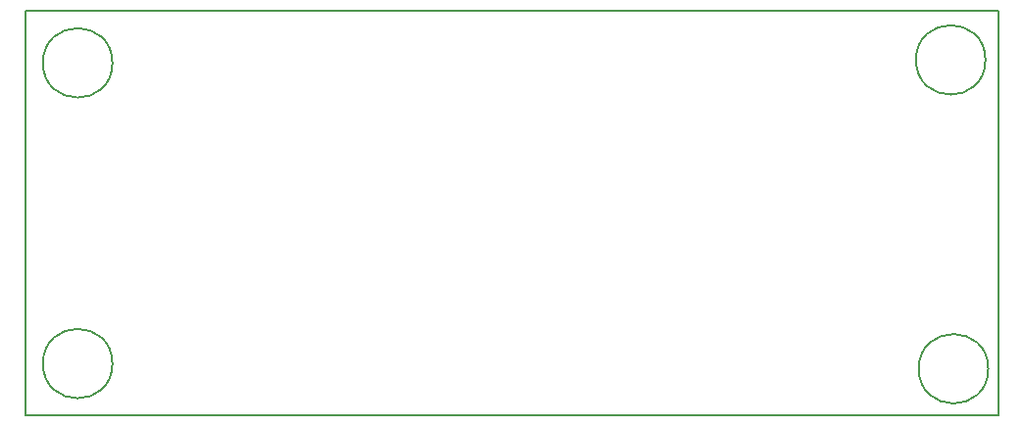
<source format=gbr>
%TF.GenerationSoftware,KiCad,Pcbnew,(6.0.7)*%
%TF.CreationDate,2023-04-25T18:25:47-06:00*%
%TF.ProjectId,altera_programmer,616c7465-7261-45f7-9072-6f6772616d6d,rev?*%
%TF.SameCoordinates,Original*%
%TF.FileFunction,Profile,NP*%
%FSLAX46Y46*%
G04 Gerber Fmt 4.6, Leading zero omitted, Abs format (unit mm)*
G04 Created by KiCad (PCBNEW (6.0.7)) date 2023-04-25 18:25:47*
%MOMM*%
%LPD*%
G01*
G04 APERTURE LIST*
%TA.AperFunction,Profile*%
%ADD10C,0.200000*%
%TD*%
G04 APERTURE END LIST*
D10*
X185603339Y-98944856D02*
G75*
G03*
X185603339Y-98944856I-3000000J0D01*
G01*
X110000000Y-98500000D02*
G75*
G03*
X110000000Y-98500000I-3000000J0D01*
G01*
X110000000Y-72500000D02*
G75*
G03*
X110000000Y-72500000I-3000000J0D01*
G01*
X102500000Y-68000000D02*
X186500000Y-68000000D01*
X186500000Y-68000000D02*
X186500000Y-103000000D01*
X186500000Y-103000000D02*
X102500000Y-103000000D01*
X102500000Y-103000000D02*
X102500000Y-68000000D01*
X185359898Y-72245044D02*
G75*
G03*
X185359898Y-72245044I-3000000J0D01*
G01*
M02*

</source>
